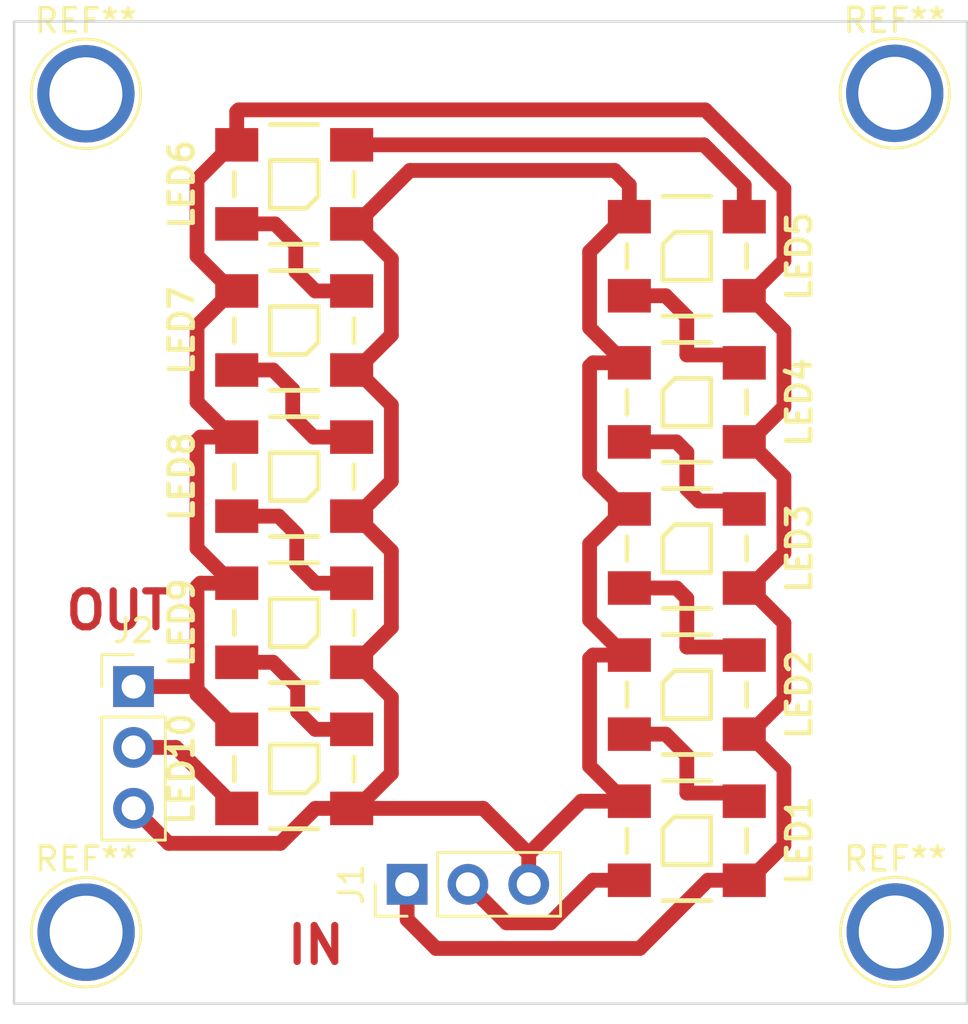
<source format=kicad_pcb>
(kicad_pcb (version 4) (host pcbnew 4.0.6)

  (general
    (links 33)
    (no_connects 1)
    (area 127.447619 73.197 168.245001 116.815)
    (thickness 1.6)
    (drawings 82)
    (tracks 153)
    (zones 0)
    (modules 16)
    (nets 14)
  )

  (page A4)
  (layers
    (0 F.Cu signal)
    (31 B.Cu signal)
    (32 B.Adhes user)
    (33 F.Adhes user)
    (34 B.Paste user)
    (35 F.Paste user)
    (36 B.SilkS user)
    (37 F.SilkS user)
    (38 B.Mask user)
    (39 F.Mask user)
    (40 Dwgs.User user)
    (41 Cmts.User user)
    (42 Eco1.User user)
    (43 Eco2.User user)
    (44 Edge.Cuts user)
    (45 Margin user)
    (46 B.CrtYd user)
    (47 F.CrtYd user)
    (48 B.Fab user)
    (49 F.Fab user)
  )

  (setup
    (last_trace_width 0.618)
    (trace_clearance 0.45)
    (zone_clearance 0.508)
    (zone_45_only no)
    (trace_min 0.2)
    (segment_width 0.2)
    (edge_width 0.1)
    (via_size 0.6)
    (via_drill 0.4)
    (via_min_size 0.4)
    (via_min_drill 0.3)
    (uvia_size 0.3)
    (uvia_drill 0.1)
    (uvias_allowed no)
    (uvia_min_size 0.2)
    (uvia_min_drill 0.1)
    (pcb_text_width 0.3)
    (pcb_text_size 1.5 1.5)
    (mod_edge_width 0.15)
    (mod_text_size 1 1)
    (mod_text_width 0.15)
    (pad_size 1.5 1.5)
    (pad_drill 0.6)
    (pad_to_mask_clearance 0)
    (aux_axis_origin 0 0)
    (visible_elements FFFFEF5F)
    (pcbplotparams
      (layerselection 0x00030_80000001)
      (usegerberextensions false)
      (excludeedgelayer true)
      (linewidth 0.100000)
      (plotframeref false)
      (viasonmask false)
      (mode 1)
      (useauxorigin false)
      (hpglpennumber 1)
      (hpglpenspeed 20)
      (hpglpendiameter 15)
      (hpglpenoverlay 2)
      (psnegative false)
      (psa4output false)
      (plotreference true)
      (plotvalue true)
      (plotinvisibletext false)
      (padsonsilk false)
      (subtractmaskfromsilk false)
      (outputformat 1)
      (mirror false)
      (drillshape 1)
      (scaleselection 1)
      (outputdirectory render/v1_000/))
  )

  (net 0 "")
  (net 1 "Net-(J1-Pad1)")
  (net 2 "Net-(J1-Pad2)")
  (net 3 "Net-(LED1-Pad2)")
  (net 4 "Net-(LED2-Pad2)")
  (net 5 "Net-(LED3-Pad2)")
  (net 6 "Net-(LED4-Pad2)")
  (net 7 "Net-(LED5-Pad2)")
  (net 8 "Net-(LED6-Pad2)")
  (net 9 "Net-(LED7-Pad2)")
  (net 10 "Net-(LED8-Pad2)")
  (net 11 "Net-(LED10-Pad4)")
  (net 12 "Net-(J1-Pad3)")
  (net 13 "Net-(J2-Pad2)")

  (net_class Default "Это класс цепей по умолчанию."
    (clearance 0.45)
    (trace_width 0.618)
    (via_dia 0.6)
    (via_drill 0.4)
    (uvia_dia 0.3)
    (uvia_drill 0.1)
    (add_net "Net-(J1-Pad1)")
    (add_net "Net-(J1-Pad2)")
    (add_net "Net-(J1-Pad3)")
    (add_net "Net-(J2-Pad2)")
    (add_net "Net-(LED1-Pad2)")
    (add_net "Net-(LED10-Pad4)")
    (add_net "Net-(LED2-Pad2)")
    (add_net "Net-(LED3-Pad2)")
    (add_net "Net-(LED4-Pad2)")
    (add_net "Net-(LED5-Pad2)")
    (add_net "Net-(LED6-Pad2)")
    (add_net "Net-(LED7-Pad2)")
    (add_net "Net-(LED8-Pad2)")
  )

  (module Pin_Headers:Pin_Header_Straight_1x03_Pitch2.54mm (layer F.Cu) (tedit 59650532) (tstamp 5989767D)
    (at 144.78 110.49 90)
    (descr "Through hole straight pin header, 1x03, 2.54mm pitch, single row")
    (tags "Through hole pin header THT 1x03 2.54mm single row")
    (path /59889F63)
    (fp_text reference J1 (at 0 -2.33 90) (layer F.SilkS)
      (effects (font (size 1 1) (thickness 0.15)))
    )
    (fp_text value VCC_DATA_GND (at 0 7.41 90) (layer F.Fab)
      (effects (font (size 1 1) (thickness 0.15)))
    )
    (fp_line (start -0.635 -1.27) (end 1.27 -1.27) (layer F.Fab) (width 0.1))
    (fp_line (start 1.27 -1.27) (end 1.27 6.35) (layer F.Fab) (width 0.1))
    (fp_line (start 1.27 6.35) (end -1.27 6.35) (layer F.Fab) (width 0.1))
    (fp_line (start -1.27 6.35) (end -1.27 -0.635) (layer F.Fab) (width 0.1))
    (fp_line (start -1.27 -0.635) (end -0.635 -1.27) (layer F.Fab) (width 0.1))
    (fp_line (start -1.33 6.41) (end 1.33 6.41) (layer F.SilkS) (width 0.12))
    (fp_line (start -1.33 1.27) (end -1.33 6.41) (layer F.SilkS) (width 0.12))
    (fp_line (start 1.33 1.27) (end 1.33 6.41) (layer F.SilkS) (width 0.12))
    (fp_line (start -1.33 1.27) (end 1.33 1.27) (layer F.SilkS) (width 0.12))
    (fp_line (start -1.33 0) (end -1.33 -1.33) (layer F.SilkS) (width 0.12))
    (fp_line (start -1.33 -1.33) (end 0 -1.33) (layer F.SilkS) (width 0.12))
    (fp_line (start -1.8 -1.8) (end -1.8 6.85) (layer F.CrtYd) (width 0.05))
    (fp_line (start -1.8 6.85) (end 1.8 6.85) (layer F.CrtYd) (width 0.05))
    (fp_line (start 1.8 6.85) (end 1.8 -1.8) (layer F.CrtYd) (width 0.05))
    (fp_line (start 1.8 -1.8) (end -1.8 -1.8) (layer F.CrtYd) (width 0.05))
    (fp_text user %R (at 0 2.54 180) (layer F.Fab)
      (effects (font (size 1 1) (thickness 0.15)))
    )
    (pad 1 thru_hole rect (at 0 0 90) (size 1.7 1.7) (drill 1) (layers *.Cu *.Mask)
      (net 1 "Net-(J1-Pad1)"))
    (pad 2 thru_hole oval (at 0 2.54 90) (size 1.7 1.7) (drill 1) (layers *.Cu *.Mask)
      (net 2 "Net-(J1-Pad2)"))
    (pad 3 thru_hole oval (at 0 5.08 90) (size 1.7 1.7) (drill 1) (layers *.Cu *.Mask)
      (net 12 "Net-(J1-Pad3)"))
    (model ${KISYS3DMOD}/Pin_Headers.3dshapes/Pin_Header_Straight_1x03_Pitch2.54mm.wrl
      (at (xyz 0 0 0))
      (scale (xyz 1 1 1))
      (rotate (xyz 0 0 0))
    )
  )

  (module WS2812B:WS2812B (layer F.Cu) (tedit 53BEE615) (tstamp 59897685)
    (at 156.462 108.67 270)
    (path /59889FEB)
    (fp_text reference LED1 (at 0 -4.7 270) (layer F.SilkS)
      (effects (font (size 1 1) (thickness 0.2)))
    )
    (fp_text value WS2812B (at 0 4.8 270) (layer F.SilkS) hide
      (effects (font (size 1 1) (thickness 0.2)))
    )
    (fp_line (start -1 -1) (end 1 -1) (layer F.SilkS) (width 0.2))
    (fp_line (start 1 -1) (end 1 1) (layer F.SilkS) (width 0.2))
    (fp_line (start 1 1) (end -0.5 1) (layer F.SilkS) (width 0.2))
    (fp_line (start -0.5 1) (end -1 0.5) (layer F.SilkS) (width 0.2))
    (fp_line (start -1 0.5) (end -1 -1) (layer F.SilkS) (width 0.2))
    (fp_line (start -2.5 -1) (end -2.5 1) (layer F.SilkS) (width 0.2))
    (fp_line (start -0.5 2.5) (end 0.5 2.5) (layer F.SilkS) (width 0.2))
    (fp_line (start 2.5 -1) (end 2.5 1) (layer F.SilkS) (width 0.2))
    (fp_line (start -0.5 -2.5) (end 0.5 -2.5) (layer F.SilkS) (width 0.2))
    (fp_line (start 2.1 2.5) (end 2.5 2.5) (layer Dwgs.User) (width 0.2))
    (fp_line (start -1.2 2.5) (end 1.2 2.5) (layer Dwgs.User) (width 0.2))
    (fp_line (start -2.5 2.5) (end -2.1 2.5) (layer Dwgs.User) (width 0.2))
    (fp_line (start 2.1 -2.5) (end 2.5 -2.5) (layer Dwgs.User) (width 0.2))
    (fp_line (start -1.2 -2.5) (end 1.2 -2.5) (layer Dwgs.User) (width 0.2))
    (fp_line (start -2.5 -2.5) (end -2.1 -2.5) (layer Dwgs.User) (width 0.2))
    (fp_line (start -2.1 -2.7) (end -1.2 -2.7) (layer Dwgs.User) (width 0.2))
    (fp_line (start -1.2 -2.7) (end -1.2 -1.8) (layer Dwgs.User) (width 0.2))
    (fp_line (start -1.2 -1.8) (end -2.1 -1.8) (layer Dwgs.User) (width 0.2))
    (fp_line (start -2.1 -1.8) (end -2.1 -2.7) (layer Dwgs.User) (width 0.2))
    (fp_line (start 2.1 -2.7) (end 1.2 -2.7) (layer Dwgs.User) (width 0.2))
    (fp_line (start 1.2 -2.7) (end 1.2 -1.8) (layer Dwgs.User) (width 0.2))
    (fp_line (start 1.2 -1.8) (end 2.1 -1.8) (layer Dwgs.User) (width 0.2))
    (fp_line (start 2.1 -1.8) (end 2.1 -2.7) (layer Dwgs.User) (width 0.2))
    (fp_line (start -2.1 2.7) (end -2.1 1.8) (layer Dwgs.User) (width 0.2))
    (fp_line (start -2.1 1.8) (end -1.2 1.8) (layer Dwgs.User) (width 0.2))
    (fp_line (start -1.2 1.8) (end -1.2 2.7) (layer Dwgs.User) (width 0.2))
    (fp_line (start -1.2 2.7) (end -2.1 2.7) (layer Dwgs.User) (width 0.2))
    (fp_line (start 1.2 2.7) (end 1.2 1.8) (layer Dwgs.User) (width 0.2))
    (fp_line (start 1.2 1.8) (end 2.1 1.8) (layer Dwgs.User) (width 0.2))
    (fp_line (start 2.1 1.8) (end 2.1 2.7) (layer Dwgs.User) (width 0.2))
    (fp_line (start 2.1 2.7) (end 1.2 2.7) (layer Dwgs.User) (width 0.2))
    (fp_line (start 2.5 -2.5) (end 2.5 2.5) (layer Dwgs.User) (width 0.2))
    (fp_line (start -2.49936 2.49936) (end -2.49936 -2.49936) (layer Dwgs.User) (width 0.2))
    (pad 1 smd rect (at 1.65 -2.4 270) (size 1.4 1.8) (layers F.Cu F.Paste F.Mask)
      (net 1 "Net-(J1-Pad1)"))
    (pad 2 smd rect (at -1.65 -2.4 270) (size 1.4 1.8) (layers F.Cu F.Paste F.Mask)
      (net 3 "Net-(LED1-Pad2)"))
    (pad 3 smd rect (at -1.65 2.4 270) (size 1.4 1.8) (layers F.Cu F.Paste F.Mask)
      (net 12 "Net-(J1-Pad3)"))
    (pad 4 smd rect (at 1.65 2.4 270) (size 1.4 1.8) (layers F.Cu F.Paste F.Mask)
      (net 2 "Net-(J1-Pad2)"))
  )

  (module WS2812B:WS2812B (layer F.Cu) (tedit 53BEE615) (tstamp 5989769D)
    (at 156.462 90.37 270)
    (path /5988A1AD)
    (fp_text reference LED4 (at 0 -4.7 270) (layer F.SilkS)
      (effects (font (size 1 1) (thickness 0.2)))
    )
    (fp_text value WS2812B (at 0 4.8 270) (layer F.SilkS) hide
      (effects (font (size 1 1) (thickness 0.2)))
    )
    (fp_line (start -1 -1) (end 1 -1) (layer F.SilkS) (width 0.2))
    (fp_line (start 1 -1) (end 1 1) (layer F.SilkS) (width 0.2))
    (fp_line (start 1 1) (end -0.5 1) (layer F.SilkS) (width 0.2))
    (fp_line (start -0.5 1) (end -1 0.5) (layer F.SilkS) (width 0.2))
    (fp_line (start -1 0.5) (end -1 -1) (layer F.SilkS) (width 0.2))
    (fp_line (start -2.5 -1) (end -2.5 1) (layer F.SilkS) (width 0.2))
    (fp_line (start -0.5 2.5) (end 0.5 2.5) (layer F.SilkS) (width 0.2))
    (fp_line (start 2.5 -1) (end 2.5 1) (layer F.SilkS) (width 0.2))
    (fp_line (start -0.5 -2.5) (end 0.5 -2.5) (layer F.SilkS) (width 0.2))
    (fp_line (start 2.1 2.5) (end 2.5 2.5) (layer Dwgs.User) (width 0.2))
    (fp_line (start -1.2 2.5) (end 1.2 2.5) (layer Dwgs.User) (width 0.2))
    (fp_line (start -2.5 2.5) (end -2.1 2.5) (layer Dwgs.User) (width 0.2))
    (fp_line (start 2.1 -2.5) (end 2.5 -2.5) (layer Dwgs.User) (width 0.2))
    (fp_line (start -1.2 -2.5) (end 1.2 -2.5) (layer Dwgs.User) (width 0.2))
    (fp_line (start -2.5 -2.5) (end -2.1 -2.5) (layer Dwgs.User) (width 0.2))
    (fp_line (start -2.1 -2.7) (end -1.2 -2.7) (layer Dwgs.User) (width 0.2))
    (fp_line (start -1.2 -2.7) (end -1.2 -1.8) (layer Dwgs.User) (width 0.2))
    (fp_line (start -1.2 -1.8) (end -2.1 -1.8) (layer Dwgs.User) (width 0.2))
    (fp_line (start -2.1 -1.8) (end -2.1 -2.7) (layer Dwgs.User) (width 0.2))
    (fp_line (start 2.1 -2.7) (end 1.2 -2.7) (layer Dwgs.User) (width 0.2))
    (fp_line (start 1.2 -2.7) (end 1.2 -1.8) (layer Dwgs.User) (width 0.2))
    (fp_line (start 1.2 -1.8) (end 2.1 -1.8) (layer Dwgs.User) (width 0.2))
    (fp_line (start 2.1 -1.8) (end 2.1 -2.7) (layer Dwgs.User) (width 0.2))
    (fp_line (start -2.1 2.7) (end -2.1 1.8) (layer Dwgs.User) (width 0.2))
    (fp_line (start -2.1 1.8) (end -1.2 1.8) (layer Dwgs.User) (width 0.2))
    (fp_line (start -1.2 1.8) (end -1.2 2.7) (layer Dwgs.User) (width 0.2))
    (fp_line (start -1.2 2.7) (end -2.1 2.7) (layer Dwgs.User) (width 0.2))
    (fp_line (start 1.2 2.7) (end 1.2 1.8) (layer Dwgs.User) (width 0.2))
    (fp_line (start 1.2 1.8) (end 2.1 1.8) (layer Dwgs.User) (width 0.2))
    (fp_line (start 2.1 1.8) (end 2.1 2.7) (layer Dwgs.User) (width 0.2))
    (fp_line (start 2.1 2.7) (end 1.2 2.7) (layer Dwgs.User) (width 0.2))
    (fp_line (start 2.5 -2.5) (end 2.5 2.5) (layer Dwgs.User) (width 0.2))
    (fp_line (start -2.49936 2.49936) (end -2.49936 -2.49936) (layer Dwgs.User) (width 0.2))
    (pad 1 smd rect (at 1.65 -2.4 270) (size 1.4 1.8) (layers F.Cu F.Paste F.Mask)
      (net 1 "Net-(J1-Pad1)"))
    (pad 2 smd rect (at -1.65 -2.4 270) (size 1.4 1.8) (layers F.Cu F.Paste F.Mask)
      (net 6 "Net-(LED4-Pad2)"))
    (pad 3 smd rect (at -1.65 2.4 270) (size 1.4 1.8) (layers F.Cu F.Paste F.Mask)
      (net 12 "Net-(J1-Pad3)"))
    (pad 4 smd rect (at 1.65 2.4 270) (size 1.4 1.8) (layers F.Cu F.Paste F.Mask)
      (net 5 "Net-(LED3-Pad2)"))
  )

  (module WS2812B:WS2812B (layer F.Cu) (tedit 53BEE615) (tstamp 59897695)
    (at 156.462 96.47 270)
    (path /5988A17E)
    (fp_text reference LED3 (at 0 -4.7 270) (layer F.SilkS)
      (effects (font (size 1 1) (thickness 0.2)))
    )
    (fp_text value WS2812B (at 0 4.8 270) (layer F.SilkS) hide
      (effects (font (size 1 1) (thickness 0.2)))
    )
    (fp_line (start -1 -1) (end 1 -1) (layer F.SilkS) (width 0.2))
    (fp_line (start 1 -1) (end 1 1) (layer F.SilkS) (width 0.2))
    (fp_line (start 1 1) (end -0.5 1) (layer F.SilkS) (width 0.2))
    (fp_line (start -0.5 1) (end -1 0.5) (layer F.SilkS) (width 0.2))
    (fp_line (start -1 0.5) (end -1 -1) (layer F.SilkS) (width 0.2))
    (fp_line (start -2.5 -1) (end -2.5 1) (layer F.SilkS) (width 0.2))
    (fp_line (start -0.5 2.5) (end 0.5 2.5) (layer F.SilkS) (width 0.2))
    (fp_line (start 2.5 -1) (end 2.5 1) (layer F.SilkS) (width 0.2))
    (fp_line (start -0.5 -2.5) (end 0.5 -2.5) (layer F.SilkS) (width 0.2))
    (fp_line (start 2.1 2.5) (end 2.5 2.5) (layer Dwgs.User) (width 0.2))
    (fp_line (start -1.2 2.5) (end 1.2 2.5) (layer Dwgs.User) (width 0.2))
    (fp_line (start -2.5 2.5) (end -2.1 2.5) (layer Dwgs.User) (width 0.2))
    (fp_line (start 2.1 -2.5) (end 2.5 -2.5) (layer Dwgs.User) (width 0.2))
    (fp_line (start -1.2 -2.5) (end 1.2 -2.5) (layer Dwgs.User) (width 0.2))
    (fp_line (start -2.5 -2.5) (end -2.1 -2.5) (layer Dwgs.User) (width 0.2))
    (fp_line (start -2.1 -2.7) (end -1.2 -2.7) (layer Dwgs.User) (width 0.2))
    (fp_line (start -1.2 -2.7) (end -1.2 -1.8) (layer Dwgs.User) (width 0.2))
    (fp_line (start -1.2 -1.8) (end -2.1 -1.8) (layer Dwgs.User) (width 0.2))
    (fp_line (start -2.1 -1.8) (end -2.1 -2.7) (layer Dwgs.User) (width 0.2))
    (fp_line (start 2.1 -2.7) (end 1.2 -2.7) (layer Dwgs.User) (width 0.2))
    (fp_line (start 1.2 -2.7) (end 1.2 -1.8) (layer Dwgs.User) (width 0.2))
    (fp_line (start 1.2 -1.8) (end 2.1 -1.8) (layer Dwgs.User) (width 0.2))
    (fp_line (start 2.1 -1.8) (end 2.1 -2.7) (layer Dwgs.User) (width 0.2))
    (fp_line (start -2.1 2.7) (end -2.1 1.8) (layer Dwgs.User) (width 0.2))
    (fp_line (start -2.1 1.8) (end -1.2 1.8) (layer Dwgs.User) (width 0.2))
    (fp_line (start -1.2 1.8) (end -1.2 2.7) (layer Dwgs.User) (width 0.2))
    (fp_line (start -1.2 2.7) (end -2.1 2.7) (layer Dwgs.User) (width 0.2))
    (fp_line (start 1.2 2.7) (end 1.2 1.8) (layer Dwgs.User) (width 0.2))
    (fp_line (start 1.2 1.8) (end 2.1 1.8) (layer Dwgs.User) (width 0.2))
    (fp_line (start 2.1 1.8) (end 2.1 2.7) (layer Dwgs.User) (width 0.2))
    (fp_line (start 2.1 2.7) (end 1.2 2.7) (layer Dwgs.User) (width 0.2))
    (fp_line (start 2.5 -2.5) (end 2.5 2.5) (layer Dwgs.User) (width 0.2))
    (fp_line (start -2.49936 2.49936) (end -2.49936 -2.49936) (layer Dwgs.User) (width 0.2))
    (pad 1 smd rect (at 1.65 -2.4 270) (size 1.4 1.8) (layers F.Cu F.Paste F.Mask)
      (net 1 "Net-(J1-Pad1)"))
    (pad 2 smd rect (at -1.65 -2.4 270) (size 1.4 1.8) (layers F.Cu F.Paste F.Mask)
      (net 5 "Net-(LED3-Pad2)"))
    (pad 3 smd rect (at -1.65 2.4 270) (size 1.4 1.8) (layers F.Cu F.Paste F.Mask)
      (net 12 "Net-(J1-Pad3)"))
    (pad 4 smd rect (at 1.65 2.4 270) (size 1.4 1.8) (layers F.Cu F.Paste F.Mask)
      (net 4 "Net-(LED2-Pad2)"))
  )

  (module WS2812B:WS2812B (layer F.Cu) (tedit 53BEE615) (tstamp 5989768D)
    (at 156.462 102.57 270)
    (path /5988A146)
    (fp_text reference LED2 (at 0 -4.7 270) (layer F.SilkS)
      (effects (font (size 1 1) (thickness 0.2)))
    )
    (fp_text value WS2812B (at 0 4.8 270) (layer F.SilkS) hide
      (effects (font (size 1 1) (thickness 0.2)))
    )
    (fp_line (start -1 -1) (end 1 -1) (layer F.SilkS) (width 0.2))
    (fp_line (start 1 -1) (end 1 1) (layer F.SilkS) (width 0.2))
    (fp_line (start 1 1) (end -0.5 1) (layer F.SilkS) (width 0.2))
    (fp_line (start -0.5 1) (end -1 0.5) (layer F.SilkS) (width 0.2))
    (fp_line (start -1 0.5) (end -1 -1) (layer F.SilkS) (width 0.2))
    (fp_line (start -2.5 -1) (end -2.5 1) (layer F.SilkS) (width 0.2))
    (fp_line (start -0.5 2.5) (end 0.5 2.5) (layer F.SilkS) (width 0.2))
    (fp_line (start 2.5 -1) (end 2.5 1) (layer F.SilkS) (width 0.2))
    (fp_line (start -0.5 -2.5) (end 0.5 -2.5) (layer F.SilkS) (width 0.2))
    (fp_line (start 2.1 2.5) (end 2.5 2.5) (layer Dwgs.User) (width 0.2))
    (fp_line (start -1.2 2.5) (end 1.2 2.5) (layer Dwgs.User) (width 0.2))
    (fp_line (start -2.5 2.5) (end -2.1 2.5) (layer Dwgs.User) (width 0.2))
    (fp_line (start 2.1 -2.5) (end 2.5 -2.5) (layer Dwgs.User) (width 0.2))
    (fp_line (start -1.2 -2.5) (end 1.2 -2.5) (layer Dwgs.User) (width 0.2))
    (fp_line (start -2.5 -2.5) (end -2.1 -2.5) (layer Dwgs.User) (width 0.2))
    (fp_line (start -2.1 -2.7) (end -1.2 -2.7) (layer Dwgs.User) (width 0.2))
    (fp_line (start -1.2 -2.7) (end -1.2 -1.8) (layer Dwgs.User) (width 0.2))
    (fp_line (start -1.2 -1.8) (end -2.1 -1.8) (layer Dwgs.User) (width 0.2))
    (fp_line (start -2.1 -1.8) (end -2.1 -2.7) (layer Dwgs.User) (width 0.2))
    (fp_line (start 2.1 -2.7) (end 1.2 -2.7) (layer Dwgs.User) (width 0.2))
    (fp_line (start 1.2 -2.7) (end 1.2 -1.8) (layer Dwgs.User) (width 0.2))
    (fp_line (start 1.2 -1.8) (end 2.1 -1.8) (layer Dwgs.User) (width 0.2))
    (fp_line (start 2.1 -1.8) (end 2.1 -2.7) (layer Dwgs.User) (width 0.2))
    (fp_line (start -2.1 2.7) (end -2.1 1.8) (layer Dwgs.User) (width 0.2))
    (fp_line (start -2.1 1.8) (end -1.2 1.8) (layer Dwgs.User) (width 0.2))
    (fp_line (start -1.2 1.8) (end -1.2 2.7) (layer Dwgs.User) (width 0.2))
    (fp_line (start -1.2 2.7) (end -2.1 2.7) (layer Dwgs.User) (width 0.2))
    (fp_line (start 1.2 2.7) (end 1.2 1.8) (layer Dwgs.User) (width 0.2))
    (fp_line (start 1.2 1.8) (end 2.1 1.8) (layer Dwgs.User) (width 0.2))
    (fp_line (start 2.1 1.8) (end 2.1 2.7) (layer Dwgs.User) (width 0.2))
    (fp_line (start 2.1 2.7) (end 1.2 2.7) (layer Dwgs.User) (width 0.2))
    (fp_line (start 2.5 -2.5) (end 2.5 2.5) (layer Dwgs.User) (width 0.2))
    (fp_line (start -2.49936 2.49936) (end -2.49936 -2.49936) (layer Dwgs.User) (width 0.2))
    (pad 1 smd rect (at 1.65 -2.4 270) (size 1.4 1.8) (layers F.Cu F.Paste F.Mask)
      (net 1 "Net-(J1-Pad1)"))
    (pad 2 smd rect (at -1.65 -2.4 270) (size 1.4 1.8) (layers F.Cu F.Paste F.Mask)
      (net 4 "Net-(LED2-Pad2)"))
    (pad 3 smd rect (at -1.65 2.4 270) (size 1.4 1.8) (layers F.Cu F.Paste F.Mask)
      (net 12 "Net-(J1-Pad3)"))
    (pad 4 smd rect (at 1.65 2.4 270) (size 1.4 1.8) (layers F.Cu F.Paste F.Mask)
      (net 3 "Net-(LED1-Pad2)"))
  )

  (module WS2812B:WS2812B (layer F.Cu) (tedit 53BEE615) (tstamp 598976A5)
    (at 156.462 84.27 270)
    (path /5988A1D6)
    (fp_text reference LED5 (at 0 -4.7 270) (layer F.SilkS)
      (effects (font (size 1 1) (thickness 0.2)))
    )
    (fp_text value WS2812B (at 0 4.8 270) (layer F.SilkS) hide
      (effects (font (size 1 1) (thickness 0.2)))
    )
    (fp_line (start -1 -1) (end 1 -1) (layer F.SilkS) (width 0.2))
    (fp_line (start 1 -1) (end 1 1) (layer F.SilkS) (width 0.2))
    (fp_line (start 1 1) (end -0.5 1) (layer F.SilkS) (width 0.2))
    (fp_line (start -0.5 1) (end -1 0.5) (layer F.SilkS) (width 0.2))
    (fp_line (start -1 0.5) (end -1 -1) (layer F.SilkS) (width 0.2))
    (fp_line (start -2.5 -1) (end -2.5 1) (layer F.SilkS) (width 0.2))
    (fp_line (start -0.5 2.5) (end 0.5 2.5) (layer F.SilkS) (width 0.2))
    (fp_line (start 2.5 -1) (end 2.5 1) (layer F.SilkS) (width 0.2))
    (fp_line (start -0.5 -2.5) (end 0.5 -2.5) (layer F.SilkS) (width 0.2))
    (fp_line (start 2.1 2.5) (end 2.5 2.5) (layer Dwgs.User) (width 0.2))
    (fp_line (start -1.2 2.5) (end 1.2 2.5) (layer Dwgs.User) (width 0.2))
    (fp_line (start -2.5 2.5) (end -2.1 2.5) (layer Dwgs.User) (width 0.2))
    (fp_line (start 2.1 -2.5) (end 2.5 -2.5) (layer Dwgs.User) (width 0.2))
    (fp_line (start -1.2 -2.5) (end 1.2 -2.5) (layer Dwgs.User) (width 0.2))
    (fp_line (start -2.5 -2.5) (end -2.1 -2.5) (layer Dwgs.User) (width 0.2))
    (fp_line (start -2.1 -2.7) (end -1.2 -2.7) (layer Dwgs.User) (width 0.2))
    (fp_line (start -1.2 -2.7) (end -1.2 -1.8) (layer Dwgs.User) (width 0.2))
    (fp_line (start -1.2 -1.8) (end -2.1 -1.8) (layer Dwgs.User) (width 0.2))
    (fp_line (start -2.1 -1.8) (end -2.1 -2.7) (layer Dwgs.User) (width 0.2))
    (fp_line (start 2.1 -2.7) (end 1.2 -2.7) (layer Dwgs.User) (width 0.2))
    (fp_line (start 1.2 -2.7) (end 1.2 -1.8) (layer Dwgs.User) (width 0.2))
    (fp_line (start 1.2 -1.8) (end 2.1 -1.8) (layer Dwgs.User) (width 0.2))
    (fp_line (start 2.1 -1.8) (end 2.1 -2.7) (layer Dwgs.User) (width 0.2))
    (fp_line (start -2.1 2.7) (end -2.1 1.8) (layer Dwgs.User) (width 0.2))
    (fp_line (start -2.1 1.8) (end -1.2 1.8) (layer Dwgs.User) (width 0.2))
    (fp_line (start -1.2 1.8) (end -1.2 2.7) (layer Dwgs.User) (width 0.2))
    (fp_line (start -1.2 2.7) (end -2.1 2.7) (layer Dwgs.User) (width 0.2))
    (fp_line (start 1.2 2.7) (end 1.2 1.8) (layer Dwgs.User) (width 0.2))
    (fp_line (start 1.2 1.8) (end 2.1 1.8) (layer Dwgs.User) (width 0.2))
    (fp_line (start 2.1 1.8) (end 2.1 2.7) (layer Dwgs.User) (width 0.2))
    (fp_line (start 2.1 2.7) (end 1.2 2.7) (layer Dwgs.User) (width 0.2))
    (fp_line (start 2.5 -2.5) (end 2.5 2.5) (layer Dwgs.User) (width 0.2))
    (fp_line (start -2.49936 2.49936) (end -2.49936 -2.49936) (layer Dwgs.User) (width 0.2))
    (pad 1 smd rect (at 1.65 -2.4 270) (size 1.4 1.8) (layers F.Cu F.Paste F.Mask)
      (net 1 "Net-(J1-Pad1)"))
    (pad 2 smd rect (at -1.65 -2.4 270) (size 1.4 1.8) (layers F.Cu F.Paste F.Mask)
      (net 7 "Net-(LED5-Pad2)"))
    (pad 3 smd rect (at -1.65 2.4 270) (size 1.4 1.8) (layers F.Cu F.Paste F.Mask)
      (net 12 "Net-(J1-Pad3)"))
    (pad 4 smd rect (at 1.65 2.4 270) (size 1.4 1.8) (layers F.Cu F.Paste F.Mask)
      (net 6 "Net-(LED4-Pad2)"))
  )

  (module WS2812B:WS2812B (layer F.Cu) (tedit 53BEE615) (tstamp 598976AD)
    (at 140.062 81.27 90)
    (path /5988A2E7)
    (fp_text reference LED6 (at 0 -4.7 90) (layer F.SilkS)
      (effects (font (size 1 1) (thickness 0.2)))
    )
    (fp_text value WS2812B (at 0 4.8 90) (layer F.SilkS) hide
      (effects (font (size 1 1) (thickness 0.2)))
    )
    (fp_line (start -1 -1) (end 1 -1) (layer F.SilkS) (width 0.2))
    (fp_line (start 1 -1) (end 1 1) (layer F.SilkS) (width 0.2))
    (fp_line (start 1 1) (end -0.5 1) (layer F.SilkS) (width 0.2))
    (fp_line (start -0.5 1) (end -1 0.5) (layer F.SilkS) (width 0.2))
    (fp_line (start -1 0.5) (end -1 -1) (layer F.SilkS) (width 0.2))
    (fp_line (start -2.5 -1) (end -2.5 1) (layer F.SilkS) (width 0.2))
    (fp_line (start -0.5 2.5) (end 0.5 2.5) (layer F.SilkS) (width 0.2))
    (fp_line (start 2.5 -1) (end 2.5 1) (layer F.SilkS) (width 0.2))
    (fp_line (start -0.5 -2.5) (end 0.5 -2.5) (layer F.SilkS) (width 0.2))
    (fp_line (start 2.1 2.5) (end 2.5 2.5) (layer Dwgs.User) (width 0.2))
    (fp_line (start -1.2 2.5) (end 1.2 2.5) (layer Dwgs.User) (width 0.2))
    (fp_line (start -2.5 2.5) (end -2.1 2.5) (layer Dwgs.User) (width 0.2))
    (fp_line (start 2.1 -2.5) (end 2.5 -2.5) (layer Dwgs.User) (width 0.2))
    (fp_line (start -1.2 -2.5) (end 1.2 -2.5) (layer Dwgs.User) (width 0.2))
    (fp_line (start -2.5 -2.5) (end -2.1 -2.5) (layer Dwgs.User) (width 0.2))
    (fp_line (start -2.1 -2.7) (end -1.2 -2.7) (layer Dwgs.User) (width 0.2))
    (fp_line (start -1.2 -2.7) (end -1.2 -1.8) (layer Dwgs.User) (width 0.2))
    (fp_line (start -1.2 -1.8) (end -2.1 -1.8) (layer Dwgs.User) (width 0.2))
    (fp_line (start -2.1 -1.8) (end -2.1 -2.7) (layer Dwgs.User) (width 0.2))
    (fp_line (start 2.1 -2.7) (end 1.2 -2.7) (layer Dwgs.User) (width 0.2))
    (fp_line (start 1.2 -2.7) (end 1.2 -1.8) (layer Dwgs.User) (width 0.2))
    (fp_line (start 1.2 -1.8) (end 2.1 -1.8) (layer Dwgs.User) (width 0.2))
    (fp_line (start 2.1 -1.8) (end 2.1 -2.7) (layer Dwgs.User) (width 0.2))
    (fp_line (start -2.1 2.7) (end -2.1 1.8) (layer Dwgs.User) (width 0.2))
    (fp_line (start -2.1 1.8) (end -1.2 1.8) (layer Dwgs.User) (width 0.2))
    (fp_line (start -1.2 1.8) (end -1.2 2.7) (layer Dwgs.User) (width 0.2))
    (fp_line (start -1.2 2.7) (end -2.1 2.7) (layer Dwgs.User) (width 0.2))
    (fp_line (start 1.2 2.7) (end 1.2 1.8) (layer Dwgs.User) (width 0.2))
    (fp_line (start 1.2 1.8) (end 2.1 1.8) (layer Dwgs.User) (width 0.2))
    (fp_line (start 2.1 1.8) (end 2.1 2.7) (layer Dwgs.User) (width 0.2))
    (fp_line (start 2.1 2.7) (end 1.2 2.7) (layer Dwgs.User) (width 0.2))
    (fp_line (start 2.5 -2.5) (end 2.5 2.5) (layer Dwgs.User) (width 0.2))
    (fp_line (start -2.49936 2.49936) (end -2.49936 -2.49936) (layer Dwgs.User) (width 0.2))
    (pad 1 smd rect (at 1.65 -2.4 90) (size 1.4 1.8) (layers F.Cu F.Paste F.Mask)
      (net 1 "Net-(J1-Pad1)"))
    (pad 2 smd rect (at -1.65 -2.4 90) (size 1.4 1.8) (layers F.Cu F.Paste F.Mask)
      (net 8 "Net-(LED6-Pad2)"))
    (pad 3 smd rect (at -1.65 2.4 90) (size 1.4 1.8) (layers F.Cu F.Paste F.Mask)
      (net 12 "Net-(J1-Pad3)"))
    (pad 4 smd rect (at 1.65 2.4 90) (size 1.4 1.8) (layers F.Cu F.Paste F.Mask)
      (net 7 "Net-(LED5-Pad2)"))
  )

  (module WS2812B:WS2812B (layer F.Cu) (tedit 53BEE615) (tstamp 598976B5)
    (at 140.062 87.37 90)
    (path /5988A2AE)
    (fp_text reference LED7 (at 0 -4.7 90) (layer F.SilkS)
      (effects (font (size 1 1) (thickness 0.2)))
    )
    (fp_text value WS2812B (at 0 4.8 90) (layer F.SilkS) hide
      (effects (font (size 1 1) (thickness 0.2)))
    )
    (fp_line (start -1 -1) (end 1 -1) (layer F.SilkS) (width 0.2))
    (fp_line (start 1 -1) (end 1 1) (layer F.SilkS) (width 0.2))
    (fp_line (start 1 1) (end -0.5 1) (layer F.SilkS) (width 0.2))
    (fp_line (start -0.5 1) (end -1 0.5) (layer F.SilkS) (width 0.2))
    (fp_line (start -1 0.5) (end -1 -1) (layer F.SilkS) (width 0.2))
    (fp_line (start -2.5 -1) (end -2.5 1) (layer F.SilkS) (width 0.2))
    (fp_line (start -0.5 2.5) (end 0.5 2.5) (layer F.SilkS) (width 0.2))
    (fp_line (start 2.5 -1) (end 2.5 1) (layer F.SilkS) (width 0.2))
    (fp_line (start -0.5 -2.5) (end 0.5 -2.5) (layer F.SilkS) (width 0.2))
    (fp_line (start 2.1 2.5) (end 2.5 2.5) (layer Dwgs.User) (width 0.2))
    (fp_line (start -1.2 2.5) (end 1.2 2.5) (layer Dwgs.User) (width 0.2))
    (fp_line (start -2.5 2.5) (end -2.1 2.5) (layer Dwgs.User) (width 0.2))
    (fp_line (start 2.1 -2.5) (end 2.5 -2.5) (layer Dwgs.User) (width 0.2))
    (fp_line (start -1.2 -2.5) (end 1.2 -2.5) (layer Dwgs.User) (width 0.2))
    (fp_line (start -2.5 -2.5) (end -2.1 -2.5) (layer Dwgs.User) (width 0.2))
    (fp_line (start -2.1 -2.7) (end -1.2 -2.7) (layer Dwgs.User) (width 0.2))
    (fp_line (start -1.2 -2.7) (end -1.2 -1.8) (layer Dwgs.User) (width 0.2))
    (fp_line (start -1.2 -1.8) (end -2.1 -1.8) (layer Dwgs.User) (width 0.2))
    (fp_line (start -2.1 -1.8) (end -2.1 -2.7) (layer Dwgs.User) (width 0.2))
    (fp_line (start 2.1 -2.7) (end 1.2 -2.7) (layer Dwgs.User) (width 0.2))
    (fp_line (start 1.2 -2.7) (end 1.2 -1.8) (layer Dwgs.User) (width 0.2))
    (fp_line (start 1.2 -1.8) (end 2.1 -1.8) (layer Dwgs.User) (width 0.2))
    (fp_line (start 2.1 -1.8) (end 2.1 -2.7) (layer Dwgs.User) (width 0.2))
    (fp_line (start -2.1 2.7) (end -2.1 1.8) (layer Dwgs.User) (width 0.2))
    (fp_line (start -2.1 1.8) (end -1.2 1.8) (layer Dwgs.User) (width 0.2))
    (fp_line (start -1.2 1.8) (end -1.2 2.7) (layer Dwgs.User) (width 0.2))
    (fp_line (start -1.2 2.7) (end -2.1 2.7) (layer Dwgs.User) (width 0.2))
    (fp_line (start 1.2 2.7) (end 1.2 1.8) (layer Dwgs.User) (width 0.2))
    (fp_line (start 1.2 1.8) (end 2.1 1.8) (layer Dwgs.User) (width 0.2))
    (fp_line (start 2.1 1.8) (end 2.1 2.7) (layer Dwgs.User) (width 0.2))
    (fp_line (start 2.1 2.7) (end 1.2 2.7) (layer Dwgs.User) (width 0.2))
    (fp_line (start 2.5 -2.5) (end 2.5 2.5) (layer Dwgs.User) (width 0.2))
    (fp_line (start -2.49936 2.49936) (end -2.49936 -2.49936) (layer Dwgs.User) (width 0.2))
    (pad 1 smd rect (at 1.65 -2.4 90) (size 1.4 1.8) (layers F.Cu F.Paste F.Mask)
      (net 1 "Net-(J1-Pad1)"))
    (pad 2 smd rect (at -1.65 -2.4 90) (size 1.4 1.8) (layers F.Cu F.Paste F.Mask)
      (net 9 "Net-(LED7-Pad2)"))
    (pad 3 smd rect (at -1.65 2.4 90) (size 1.4 1.8) (layers F.Cu F.Paste F.Mask)
      (net 12 "Net-(J1-Pad3)"))
    (pad 4 smd rect (at 1.65 2.4 90) (size 1.4 1.8) (layers F.Cu F.Paste F.Mask)
      (net 8 "Net-(LED6-Pad2)"))
  )

  (module WS2812B:WS2812B (layer F.Cu) (tedit 53BEE615) (tstamp 598976BD)
    (at 140.062 93.47 90)
    (path /5988A27A)
    (fp_text reference LED8 (at 0 -4.7 90) (layer F.SilkS)
      (effects (font (size 1 1) (thickness 0.2)))
    )
    (fp_text value WS2812B (at 0 4.8 90) (layer F.SilkS) hide
      (effects (font (size 1 1) (thickness 0.2)))
    )
    (fp_line (start -1 -1) (end 1 -1) (layer F.SilkS) (width 0.2))
    (fp_line (start 1 -1) (end 1 1) (layer F.SilkS) (width 0.2))
    (fp_line (start 1 1) (end -0.5 1) (layer F.SilkS) (width 0.2))
    (fp_line (start -0.5 1) (end -1 0.5) (layer F.SilkS) (width 0.2))
    (fp_line (start -1 0.5) (end -1 -1) (layer F.SilkS) (width 0.2))
    (fp_line (start -2.5 -1) (end -2.5 1) (layer F.SilkS) (width 0.2))
    (fp_line (start -0.5 2.5) (end 0.5 2.5) (layer F.SilkS) (width 0.2))
    (fp_line (start 2.5 -1) (end 2.5 1) (layer F.SilkS) (width 0.2))
    (fp_line (start -0.5 -2.5) (end 0.5 -2.5) (layer F.SilkS) (width 0.2))
    (fp_line (start 2.1 2.5) (end 2.5 2.5) (layer Dwgs.User) (width 0.2))
    (fp_line (start -1.2 2.5) (end 1.2 2.5) (layer Dwgs.User) (width 0.2))
    (fp_line (start -2.5 2.5) (end -2.1 2.5) (layer Dwgs.User) (width 0.2))
    (fp_line (start 2.1 -2.5) (end 2.5 -2.5) (layer Dwgs.User) (width 0.2))
    (fp_line (start -1.2 -2.5) (end 1.2 -2.5) (layer Dwgs.User) (width 0.2))
    (fp_line (start -2.5 -2.5) (end -2.1 -2.5) (layer Dwgs.User) (width 0.2))
    (fp_line (start -2.1 -2.7) (end -1.2 -2.7) (layer Dwgs.User) (width 0.2))
    (fp_line (start -1.2 -2.7) (end -1.2 -1.8) (layer Dwgs.User) (width 0.2))
    (fp_line (start -1.2 -1.8) (end -2.1 -1.8) (layer Dwgs.User) (width 0.2))
    (fp_line (start -2.1 -1.8) (end -2.1 -2.7) (layer Dwgs.User) (width 0.2))
    (fp_line (start 2.1 -2.7) (end 1.2 -2.7) (layer Dwgs.User) (width 0.2))
    (fp_line (start 1.2 -2.7) (end 1.2 -1.8) (layer Dwgs.User) (width 0.2))
    (fp_line (start 1.2 -1.8) (end 2.1 -1.8) (layer Dwgs.User) (width 0.2))
    (fp_line (start 2.1 -1.8) (end 2.1 -2.7) (layer Dwgs.User) (width 0.2))
    (fp_line (start -2.1 2.7) (end -2.1 1.8) (layer Dwgs.User) (width 0.2))
    (fp_line (start -2.1 1.8) (end -1.2 1.8) (layer Dwgs.User) (width 0.2))
    (fp_line (start -1.2 1.8) (end -1.2 2.7) (layer Dwgs.User) (width 0.2))
    (fp_line (start -1.2 2.7) (end -2.1 2.7) (layer Dwgs.User) (width 0.2))
    (fp_line (start 1.2 2.7) (end 1.2 1.8) (layer Dwgs.User) (width 0.2))
    (fp_line (start 1.2 1.8) (end 2.1 1.8) (layer Dwgs.User) (width 0.2))
    (fp_line (start 2.1 1.8) (end 2.1 2.7) (layer Dwgs.User) (width 0.2))
    (fp_line (start 2.1 2.7) (end 1.2 2.7) (layer Dwgs.User) (width 0.2))
    (fp_line (start 2.5 -2.5) (end 2.5 2.5) (layer Dwgs.User) (width 0.2))
    (fp_line (start -2.49936 2.49936) (end -2.49936 -2.49936) (layer Dwgs.User) (width 0.2))
    (pad 1 smd rect (at 1.65 -2.4 90) (size 1.4 1.8) (layers F.Cu F.Paste F.Mask)
      (net 1 "Net-(J1-Pad1)"))
    (pad 2 smd rect (at -1.65 -2.4 90) (size 1.4 1.8) (layers F.Cu F.Paste F.Mask)
      (net 10 "Net-(LED8-Pad2)"))
    (pad 3 smd rect (at -1.65 2.4 90) (size 1.4 1.8) (layers F.Cu F.Paste F.Mask)
      (net 12 "Net-(J1-Pad3)"))
    (pad 4 smd rect (at 1.65 2.4 90) (size 1.4 1.8) (layers F.Cu F.Paste F.Mask)
      (net 9 "Net-(LED7-Pad2)"))
  )

  (module WS2812B:WS2812B (layer F.Cu) (tedit 53BEE615) (tstamp 598976C5)
    (at 140.062 99.57 90)
    (path /5988A243)
    (fp_text reference LED9 (at 0 -4.7 90) (layer F.SilkS)
      (effects (font (size 1 1) (thickness 0.2)))
    )
    (fp_text value WS2812B (at 0 4.8 90) (layer F.SilkS) hide
      (effects (font (size 1 1) (thickness 0.2)))
    )
    (fp_line (start -1 -1) (end 1 -1) (layer F.SilkS) (width 0.2))
    (fp_line (start 1 -1) (end 1 1) (layer F.SilkS) (width 0.2))
    (fp_line (start 1 1) (end -0.5 1) (layer F.SilkS) (width 0.2))
    (fp_line (start -0.5 1) (end -1 0.5) (layer F.SilkS) (width 0.2))
    (fp_line (start -1 0.5) (end -1 -1) (layer F.SilkS) (width 0.2))
    (fp_line (start -2.5 -1) (end -2.5 1) (layer F.SilkS) (width 0.2))
    (fp_line (start -0.5 2.5) (end 0.5 2.5) (layer F.SilkS) (width 0.2))
    (fp_line (start 2.5 -1) (end 2.5 1) (layer F.SilkS) (width 0.2))
    (fp_line (start -0.5 -2.5) (end 0.5 -2.5) (layer F.SilkS) (width 0.2))
    (fp_line (start 2.1 2.5) (end 2.5 2.5) (layer Dwgs.User) (width 0.2))
    (fp_line (start -1.2 2.5) (end 1.2 2.5) (layer Dwgs.User) (width 0.2))
    (fp_line (start -2.5 2.5) (end -2.1 2.5) (layer Dwgs.User) (width 0.2))
    (fp_line (start 2.1 -2.5) (end 2.5 -2.5) (layer Dwgs.User) (width 0.2))
    (fp_line (start -1.2 -2.5) (end 1.2 -2.5) (layer Dwgs.User) (width 0.2))
    (fp_line (start -2.5 -2.5) (end -2.1 -2.5) (layer Dwgs.User) (width 0.2))
    (fp_line (start -2.1 -2.7) (end -1.2 -2.7) (layer Dwgs.User) (width 0.2))
    (fp_line (start -1.2 -2.7) (end -1.2 -1.8) (layer Dwgs.User) (width 0.2))
    (fp_line (start -1.2 -1.8) (end -2.1 -1.8) (layer Dwgs.User) (width 0.2))
    (fp_line (start -2.1 -1.8) (end -2.1 -2.7) (layer Dwgs.User) (width 0.2))
    (fp_line (start 2.1 -2.7) (end 1.2 -2.7) (layer Dwgs.User) (width 0.2))
    (fp_line (start 1.2 -2.7) (end 1.2 -1.8) (layer Dwgs.User) (width 0.2))
    (fp_line (start 1.2 -1.8) (end 2.1 -1.8) (layer Dwgs.User) (width 0.2))
    (fp_line (start 2.1 -1.8) (end 2.1 -2.7) (layer Dwgs.User) (width 0.2))
    (fp_line (start -2.1 2.7) (end -2.1 1.8) (layer Dwgs.User) (width 0.2))
    (fp_line (start -2.1 1.8) (end -1.2 1.8) (layer Dwgs.User) (width 0.2))
    (fp_line (start -1.2 1.8) (end -1.2 2.7) (layer Dwgs.User) (width 0.2))
    (fp_line (start -1.2 2.7) (end -2.1 2.7) (layer Dwgs.User) (width 0.2))
    (fp_line (start 1.2 2.7) (end 1.2 1.8) (layer Dwgs.User) (width 0.2))
    (fp_line (start 1.2 1.8) (end 2.1 1.8) (layer Dwgs.User) (width 0.2))
    (fp_line (start 2.1 1.8) (end 2.1 2.7) (layer Dwgs.User) (width 0.2))
    (fp_line (start 2.1 2.7) (end 1.2 2.7) (layer Dwgs.User) (width 0.2))
    (fp_line (start 2.5 -2.5) (end 2.5 2.5) (layer Dwgs.User) (width 0.2))
    (fp_line (start -2.49936 2.49936) (end -2.49936 -2.49936) (layer Dwgs.User) (width 0.2))
    (pad 1 smd rect (at 1.65 -2.4 90) (size 1.4 1.8) (layers F.Cu F.Paste F.Mask)
      (net 1 "Net-(J1-Pad1)"))
    (pad 2 smd rect (at -1.65 -2.4 90) (size 1.4 1.8) (layers F.Cu F.Paste F.Mask)
      (net 11 "Net-(LED10-Pad4)"))
    (pad 3 smd rect (at -1.65 2.4 90) (size 1.4 1.8) (layers F.Cu F.Paste F.Mask)
      (net 12 "Net-(J1-Pad3)"))
    (pad 4 smd rect (at 1.65 2.4 90) (size 1.4 1.8) (layers F.Cu F.Paste F.Mask)
      (net 10 "Net-(LED8-Pad2)"))
  )

  (module WS2812B:WS2812B (layer F.Cu) (tedit 53BEE615) (tstamp 598976CD)
    (at 140.062 105.67 90)
    (path /5988A204)
    (fp_text reference LED10 (at 0 -4.7 90) (layer F.SilkS)
      (effects (font (size 1 1) (thickness 0.2)))
    )
    (fp_text value WS2812B (at 0 4.8 90) (layer F.SilkS) hide
      (effects (font (size 1 1) (thickness 0.2)))
    )
    (fp_line (start -1 -1) (end 1 -1) (layer F.SilkS) (width 0.2))
    (fp_line (start 1 -1) (end 1 1) (layer F.SilkS) (width 0.2))
    (fp_line (start 1 1) (end -0.5 1) (layer F.SilkS) (width 0.2))
    (fp_line (start -0.5 1) (end -1 0.5) (layer F.SilkS) (width 0.2))
    (fp_line (start -1 0.5) (end -1 -1) (layer F.SilkS) (width 0.2))
    (fp_line (start -2.5 -1) (end -2.5 1) (layer F.SilkS) (width 0.2))
    (fp_line (start -0.5 2.5) (end 0.5 2.5) (layer F.SilkS) (width 0.2))
    (fp_line (start 2.5 -1) (end 2.5 1) (layer F.SilkS) (width 0.2))
    (fp_line (start -0.5 -2.5) (end 0.5 -2.5) (layer F.SilkS) (width 0.2))
    (fp_line (start 2.1 2.5) (end 2.5 2.5) (layer Dwgs.User) (width 0.2))
    (fp_line (start -1.2 2.5) (end 1.2 2.5) (layer Dwgs.User) (width 0.2))
    (fp_line (start -2.5 2.5) (end -2.1 2.5) (layer Dwgs.User) (width 0.2))
    (fp_line (start 2.1 -2.5) (end 2.5 -2.5) (layer Dwgs.User) (width 0.2))
    (fp_line (start -1.2 -2.5) (end 1.2 -2.5) (layer Dwgs.User) (width 0.2))
    (fp_line (start -2.5 -2.5) (end -2.1 -2.5) (layer Dwgs.User) (width 0.2))
    (fp_line (start -2.1 -2.7) (end -1.2 -2.7) (layer Dwgs.User) (width 0.2))
    (fp_line (start -1.2 -2.7) (end -1.2 -1.8) (layer Dwgs.User) (width 0.2))
    (fp_line (start -1.2 -1.8) (end -2.1 -1.8) (layer Dwgs.User) (width 0.2))
    (fp_line (start -2.1 -1.8) (end -2.1 -2.7) (layer Dwgs.User) (width 0.2))
    (fp_line (start 2.1 -2.7) (end 1.2 -2.7) (layer Dwgs.User) (width 0.2))
    (fp_line (start 1.2 -2.7) (end 1.2 -1.8) (layer Dwgs.User) (width 0.2))
    (fp_line (start 1.2 -1.8) (end 2.1 -1.8) (layer Dwgs.User) (width 0.2))
    (fp_line (start 2.1 -1.8) (end 2.1 -2.7) (layer Dwgs.User) (width 0.2))
    (fp_line (start -2.1 2.7) (end -2.1 1.8) (layer Dwgs.User) (width 0.2))
    (fp_line (start -2.1 1.8) (end -1.2 1.8) (layer Dwgs.User) (width 0.2))
    (fp_line (start -1.2 1.8) (end -1.2 2.7) (layer Dwgs.User) (width 0.2))
    (fp_line (start -1.2 2.7) (end -2.1 2.7) (layer Dwgs.User) (width 0.2))
    (fp_line (start 1.2 2.7) (end 1.2 1.8) (layer Dwgs.User) (width 0.2))
    (fp_line (start 1.2 1.8) (end 2.1 1.8) (layer Dwgs.User) (width 0.2))
    (fp_line (start 2.1 1.8) (end 2.1 2.7) (layer Dwgs.User) (width 0.2))
    (fp_line (start 2.1 2.7) (end 1.2 2.7) (layer Dwgs.User) (width 0.2))
    (fp_line (start 2.5 -2.5) (end 2.5 2.5) (layer Dwgs.User) (width 0.2))
    (fp_line (start -2.49936 2.49936) (end -2.49936 -2.49936) (layer Dwgs.User) (width 0.2))
    (pad 1 smd rect (at 1.65 -2.4 90) (size 1.4 1.8) (layers F.Cu F.Paste F.Mask)
      (net 1 "Net-(J1-Pad1)"))
    (pad 2 smd rect (at -1.65 -2.4 90) (size 1.4 1.8) (layers F.Cu F.Paste F.Mask)
      (net 13 "Net-(J2-Pad2)"))
    (pad 3 smd rect (at -1.65 2.4 90) (size 1.4 1.8) (layers F.Cu F.Paste F.Mask)
      (net 12 "Net-(J1-Pad3)"))
    (pad 4 smd rect (at 1.65 2.4 90) (size 1.4 1.8) (layers F.Cu F.Paste F.Mask)
      (net 11 "Net-(LED10-Pad4)"))
  )

  (module Pin_Headers:Pin_Header_Straight_1x03_Pitch2.54mm (layer F.Cu) (tedit 59650532) (tstamp 598986A9)
    (at 133.35 102.235)
    (descr "Through hole straight pin header, 1x03, 2.54mm pitch, single row")
    (tags "Through hole pin header THT 1x03 2.54mm single row")
    (path /5989854E)
    (fp_text reference J2 (at 0 -2.33) (layer F.SilkS)
      (effects (font (size 1 1) (thickness 0.15)))
    )
    (fp_text value VCC_DATA_GND (at 0 7.41) (layer F.Fab)
      (effects (font (size 1 1) (thickness 0.15)))
    )
    (fp_line (start -0.635 -1.27) (end 1.27 -1.27) (layer F.Fab) (width 0.1))
    (fp_line (start 1.27 -1.27) (end 1.27 6.35) (layer F.Fab) (width 0.1))
    (fp_line (start 1.27 6.35) (end -1.27 6.35) (layer F.Fab) (width 0.1))
    (fp_line (start -1.27 6.35) (end -1.27 -0.635) (layer F.Fab) (width 0.1))
    (fp_line (start -1.27 -0.635) (end -0.635 -1.27) (layer F.Fab) (width 0.1))
    (fp_line (start -1.33 6.41) (end 1.33 6.41) (layer F.SilkS) (width 0.12))
    (fp_line (start -1.33 1.27) (end -1.33 6.41) (layer F.SilkS) (width 0.12))
    (fp_line (start 1.33 1.27) (end 1.33 6.41) (layer F.SilkS) (width 0.12))
    (fp_line (start -1.33 1.27) (end 1.33 1.27) (layer F.SilkS) (width 0.12))
    (fp_line (start -1.33 0) (end -1.33 -1.33) (layer F.SilkS) (width 0.12))
    (fp_line (start -1.33 -1.33) (end 0 -1.33) (layer F.SilkS) (width 0.12))
    (fp_line (start -1.8 -1.8) (end -1.8 6.85) (layer F.CrtYd) (width 0.05))
    (fp_line (start -1.8 6.85) (end 1.8 6.85) (layer F.CrtYd) (width 0.05))
    (fp_line (start 1.8 6.85) (end 1.8 -1.8) (layer F.CrtYd) (width 0.05))
    (fp_line (start 1.8 -1.8) (end -1.8 -1.8) (layer F.CrtYd) (width 0.05))
    (fp_text user %R (at 0 2.54 90) (layer F.Fab)
      (effects (font (size 1 1) (thickness 0.15)))
    )
    (pad 1 thru_hole rect (at 0 0) (size 1.7 1.7) (drill 1) (layers *.Cu *.Mask)
      (net 1 "Net-(J1-Pad1)"))
    (pad 2 thru_hole oval (at 0 2.54) (size 1.7 1.7) (drill 1) (layers *.Cu *.Mask)
      (net 13 "Net-(J2-Pad2)"))
    (pad 3 thru_hole oval (at 0 5.08) (size 1.7 1.7) (drill 1) (layers *.Cu *.Mask)
      (net 12 "Net-(J1-Pad3)"))
    (model ${KISYS3DMOD}/Pin_Headers.3dshapes/Pin_Header_Straight_1x03_Pitch2.54mm.wrl
      (at (xyz 0 0 0))
      (scale (xyz 1 1 1))
      (rotate (xyz 0 0 0))
    )
  )

  (module Connectors:1pin (layer F.Cu) (tedit 5861332C) (tstamp 5989A4E8)
    (at 165.17 112.48)
    (descr "module 1 pin (ou trou mecanique de percage)")
    (tags DEV)
    (fp_text reference REF** (at 0 -3.048) (layer F.SilkS)
      (effects (font (size 1 1) (thickness 0.15)))
    )
    (fp_text value 1pin (at 0 3) (layer F.Fab)
      (effects (font (size 1 1) (thickness 0.15)))
    )
    (fp_circle (center 0 0) (end 2 0.8) (layer F.Fab) (width 0.1))
    (fp_circle (center 0 0) (end 2.6 0) (layer F.CrtYd) (width 0.05))
    (fp_circle (center 0 0) (end 0 -2.286) (layer F.SilkS) (width 0.12))
    (pad 1 thru_hole circle (at 0 0) (size 4.064 4.064) (drill 3.048) (layers *.Cu *.Mask))
  )

  (module Connectors:1pin (layer F.Cu) (tedit 5861332C) (tstamp 5989A5CE)
    (at 131.37 112.49)
    (descr "module 1 pin (ou trou mecanique de percage)")
    (tags DEV)
    (fp_text reference REF** (at 0 -3.048) (layer F.SilkS)
      (effects (font (size 1 1) (thickness 0.15)))
    )
    (fp_text value 1pin (at 0 3) (layer F.Fab)
      (effects (font (size 1 1) (thickness 0.15)))
    )
    (fp_circle (center 0 0) (end 2 0.8) (layer F.Fab) (width 0.1))
    (fp_circle (center 0 0) (end 2.6 0) (layer F.CrtYd) (width 0.05))
    (fp_circle (center 0 0) (end 0 -2.286) (layer F.SilkS) (width 0.12))
    (pad 1 thru_hole circle (at 0 0) (size 4.064 4.064) (drill 3.048) (layers *.Cu *.Mask))
  )

  (module Connectors:1pin (layer F.Cu) (tedit 5861332C) (tstamp 5989B84E)
    (at 165.15 77.47)
    (descr "module 1 pin (ou trou mecanique de percage)")
    (tags DEV)
    (fp_text reference REF** (at 0 -3.048) (layer F.SilkS)
      (effects (font (size 1 1) (thickness 0.15)))
    )
    (fp_text value 1pin (at 0 3) (layer F.Fab)
      (effects (font (size 1 1) (thickness 0.15)))
    )
    (fp_circle (center 0 0) (end 2 0.8) (layer F.Fab) (width 0.1))
    (fp_circle (center 0 0) (end 2.6 0) (layer F.CrtYd) (width 0.05))
    (fp_circle (center 0 0) (end 0 -2.286) (layer F.SilkS) (width 0.12))
    (pad 1 thru_hole circle (at 0 0) (size 4.064 4.064) (drill 3.048) (layers *.Cu *.Mask))
  )

  (module Connectors:1pin (layer F.Cu) (tedit 5861332C) (tstamp 5989B84F)
    (at 131.36 77.49)
    (descr "module 1 pin (ou trou mecanique de percage)")
    (tags DEV)
    (fp_text reference REF** (at 0 -3.048) (layer F.SilkS)
      (effects (font (size 1 1) (thickness 0.15)))
    )
    (fp_text value 1pin (at 0 3) (layer F.Fab)
      (effects (font (size 1 1) (thickness 0.15)))
    )
    (fp_circle (center 0 0) (end 2 0.8) (layer F.Fab) (width 0.1))
    (fp_circle (center 0 0) (end 2.6 0) (layer F.CrtYd) (width 0.05))
    (fp_circle (center 0 0) (end 0 -2.286) (layer F.SilkS) (width 0.12))
    (pad 1 thru_hole circle (at 0 0) (size 4.064 4.064) (drill 3.048) (layers *.Cu *.Mask))
  )

  (gr_line (start 132.859986 77.469692) (end 132.859986 77.469692) (layer Dwgs.User) (width 0.1))
  (gr_line (start 137.559984 101.119986) (end 137.559984 98.019996) (layer Dwgs.User) (width 0.1))
  (gr_line (start 137.559984 107.220008) (end 137.559984 104.119991) (layer Dwgs.User) (width 0.1))
  (gr_line (start 137.559984 95.019991) (end 137.559984 91.92) (layer Dwgs.User) (width 0.1))
  (gr_line (start 142.56 104.119991) (end 137.559984 107.220008) (layer Dwgs.User) (width 0.1))
  (gr_line (start 142.56 79.719991) (end 137.559984 82.819993) (layer Dwgs.User) (width 0.1))
  (gr_line (start 153.959996 85.819979) (end 153.959996 82.719991) (layer Dwgs.User) (width 0.1))
  (gr_line (start 137.559984 88.919996) (end 137.559984 85.819979) (layer Dwgs.User) (width 0.1))
  (gr_line (start 158.959986 94.919978) (end 158.959986 98.019996) (layer Dwgs.User) (width 0.1))
  (gr_line (start 158.959986 101.02) (end 153.959996 104.119991) (layer Dwgs.User) (width 0.1))
  (gr_line (start 158.959986 107.119995) (end 153.959996 110.220012) (layer Dwgs.User) (width 0.1))
  (gr_line (start 137.559984 85.819979) (end 142.56 85.819979) (layer Dwgs.User) (width 0.1))
  (gr_line (start 137.559984 104.119991) (end 142.56 104.119991) (layer Dwgs.User) (width 0.1))
  (gr_line (start 128.359986 115.46969) (end 128.359986 74.46969) (layer Dwgs.User) (width 0.1))
  (gr_line (start 142.56 104.119991) (end 142.56 107.220008) (layer Dwgs.User) (width 0.1))
  (gr_line (start 158.959986 88.819983) (end 153.959996 91.92) (layer Dwgs.User) (width 0.1))
  (gr_line (start 158.959986 104.119991) (end 153.959996 104.119991) (layer Dwgs.User) (width 0.1))
  (gr_line (start 137.559984 98.019996) (end 142.56 101.119986) (layer Dwgs.User) (width 0.1))
  (gr_line (start 168.159985 74.46969) (end 168.159985 115.46969) (layer Dwgs.User) (width 0.1))
  (gr_line (start 158.959986 98.019996) (end 153.959996 98.019996) (layer Dwgs.User) (width 0.1))
  (gr_line (start 142.56 82.819993) (end 137.559984 82.819993) (layer Dwgs.User) (width 0.1))
  (gr_line (start 158.959986 107.119995) (end 158.959986 110.220012) (layer Dwgs.User) (width 0.1))
  (gr_line (start 128.359986 74.46969) (end 168.159985 74.46969) (layer Dwgs.User) (width 0.1))
  (gr_line (start 142.56 85.819979) (end 142.56 88.919996) (layer Dwgs.User) (width 0.1))
  (gr_line (start 163.658299 77.469692) (end 166.659986 77.469692) (layer Dwgs.User) (width 0.1))
  (gr_line (start 142.56 88.919996) (end 137.559984 88.919996) (layer Dwgs.User) (width 0.1))
  (gr_line (start 153.959996 82.719991) (end 158.959986 85.819979) (layer Dwgs.User) (width 0.1))
  (gr_line (start 142.56 98.019996) (end 142.56 101.119986) (layer Dwgs.User) (width 0.1))
  (gr_line (start 137.559984 82.819993) (end 137.559984 79.719991) (layer Dwgs.User) (width 0.1))
  (gr_line (start 142.56 85.819979) (end 137.559984 88.919996) (layer Dwgs.User) (width 0.1))
  (gr_line (start 142.56 98.019996) (end 137.559984 101.119986) (layer Dwgs.User) (width 0.1))
  (gr_line (start 142.56 101.119986) (end 137.559984 101.119986) (layer Dwgs.User) (width 0.1))
  (gr_line (start 129.859986 112.46969) (end 132.888323 112.46969) (layer Dwgs.User) (width 0.1))
  (gr_line (start 142.56 107.220008) (end 137.559984 107.220008) (layer Dwgs.User) (width 0.1))
  (gr_line (start 158.959986 88.819983) (end 158.959986 91.92) (layer Dwgs.User) (width 0.1))
  (gr_line (start 142.56 95.019991) (end 137.559984 95.019991) (layer Dwgs.User) (width 0.1))
  (gr_line (start 153.959996 110.220012) (end 153.959996 107.119995) (layer Dwgs.User) (width 0.1))
  (gr_line (start 137.559984 91.92) (end 142.56 95.019991) (layer Dwgs.User) (width 0.1))
  (gr_line (start 153.959996 94.919978) (end 158.959986 98.019996) (layer Dwgs.User) (width 0.1))
  (gr_line (start 166.659989 77.469692) (end 166.659989 77.469692) (layer Dwgs.User) (width 0.1))
  (gr_line (start 131.359986 110.97085) (end 131.359986 113.96969) (layer Dwgs.User) (width 0.1))
  (gr_line (start 137.559984 98.019996) (end 142.56 98.019996) (layer Dwgs.User) (width 0.1))
  (gr_line (start 142.56 79.719991) (end 142.56 82.819993) (layer Dwgs.User) (width 0.1))
  (gr_line (start 158.959986 101.02) (end 158.959986 104.119991) (layer Dwgs.User) (width 0.1))
  (gr_line (start 137.559984 79.719991) (end 142.56 79.719991) (layer Dwgs.User) (width 0.1))
  (gr_line (start 165.159986 110.962473) (end 165.159986 113.96969) (layer Dwgs.User) (width 0.1))
  (gr_line (start 137.559984 91.92) (end 142.56 91.92) (layer Dwgs.User) (width 0.1))
  (gr_line (start 153.959996 98.019996) (end 153.959996 94.919978) (layer Dwgs.User) (width 0.1))
  (gr_line (start 153.959996 107.119995) (end 158.959986 107.119995) (layer Dwgs.User) (width 0.1))
  (gr_line (start 137.559984 104.119991) (end 142.56 107.220008) (layer Dwgs.User) (width 0.1))
  (gr_line (start 153.959996 88.819983) (end 158.959986 88.819983) (layer Dwgs.User) (width 0.1))
  (gr_line (start 153.959996 94.919978) (end 158.959986 94.919978) (layer Dwgs.User) (width 0.1))
  (gr_line (start 153.959996 91.92) (end 153.959996 88.819983) (layer Dwgs.User) (width 0.1))
  (gr_line (start 168.159985 115.46969) (end 128.359986 115.46969) (layer Dwgs.User) (width 0.1))
  (gr_line (start 153.959996 88.819983) (end 158.959986 91.92) (layer Dwgs.User) (width 0.1))
  (gr_line (start 142.56 91.92) (end 142.56 95.019991) (layer Dwgs.User) (width 0.1))
  (gr_line (start 158.959986 85.819979) (end 153.959996 85.819979) (layer Dwgs.User) (width 0.1))
  (gr_line (start 153.959996 107.119995) (end 158.959986 110.220012) (layer Dwgs.User) (width 0.1))
  (gr_line (start 158.959986 94.919978) (end 153.959996 98.019996) (layer Dwgs.User) (width 0.1))
  (gr_line (start 153.959996 82.719991) (end 158.959986 82.719991) (layer Dwgs.User) (width 0.1))
  (gr_line (start 158.959986 82.719991) (end 153.959996 85.819979) (layer Dwgs.User) (width 0.1))
  (gr_line (start 158.959986 82.719991) (end 158.959986 85.819979) (layer Dwgs.User) (width 0.1))
  (gr_line (start 166.659989 112.469688) (end 166.659989 112.469688) (layer Dwgs.User) (width 0.1))
  (gr_line (start 165.159986 75.969692) (end 165.159986 78.979081) (layer Dwgs.User) (width 0.1))
  (gr_line (start 132.859986 112.469688) (end 132.859986 112.469688) (layer Dwgs.User) (width 0.1))
  (gr_line (start 153.959996 104.119991) (end 153.959996 101.02) (layer Dwgs.User) (width 0.1))
  (gr_line (start 137.559984 85.819979) (end 142.56 88.919996) (layer Dwgs.User) (width 0.1))
  (gr_line (start 153.959996 101.02) (end 158.959986 101.02) (layer Dwgs.User) (width 0.1))
  (gr_line (start 129.859986 77.469692) (end 132.912902 77.469692) (layer Dwgs.User) (width 0.1))
  (gr_line (start 158.959986 110.220012) (end 153.959996 110.220012) (layer Dwgs.User) (width 0.1))
  (gr_line (start 131.359986 75.969692) (end 131.359986 79.017393) (layer Dwgs.User) (width 0.1))
  (gr_line (start 158.959986 91.92) (end 153.959996 91.92) (layer Dwgs.User) (width 0.1))
  (gr_line (start 163.651348 112.46969) (end 166.659986 112.46969) (layer Dwgs.User) (width 0.1))
  (gr_line (start 137.559984 79.719991) (end 142.56 82.819993) (layer Dwgs.User) (width 0.1))
  (gr_line (start 153.959996 101.02) (end 158.959986 104.119991) (layer Dwgs.User) (width 0.1))
  (gr_line (start 142.56 91.92) (end 137.559984 95.019991) (layer Dwgs.User) (width 0.1))
  (gr_line (start 128.36 115.47) (end 128.36 74.47) (layer Edge.Cuts) (width 0.1))
  (gr_line (start 168.16 115.47) (end 128.36 115.47) (layer Edge.Cuts) (width 0.1))
  (gr_line (start 168.16 74.47) (end 168.16 115.47) (layer Edge.Cuts) (width 0.1))
  (gr_line (start 128.36 74.47) (end 168.16 74.47) (layer Edge.Cuts) (width 0.1))
  (gr_text OUT (at 132.715 99.06) (layer F.Cu)
    (effects (font (size 1.5 1.5) (thickness 0.3)))
  )
  (gr_text IN (at 140.97 113.03) (layer F.Cu)
    (effects (font (size 1.5 1.5) (thickness 0.3)))
  )

  (segment (start 137.739001 78.160999) (end 137.662 78.238) (width 0.618) (layer F.Cu) (net 1))
  (segment (start 137.662 78.238) (end 137.662 79.62) (width 0.618) (layer F.Cu) (net 1))
  (segment (start 159.062 85.92) (end 160.521001 84.460999) (width 0.618) (layer F.Cu) (net 1))
  (segment (start 160.521001 84.460999) (end 160.521001 81.450607) (width 0.618) (layer F.Cu) (net 1))
  (segment (start 160.521001 81.450607) (end 157.231393 78.160999) (width 0.618) (layer F.Cu) (net 1))
  (segment (start 157.231393 78.160999) (end 137.739001 78.160999) (width 0.618) (layer F.Cu) (net 1))
  (segment (start 133.35 102.235) (end 135.877 102.235) (width 0.618) (layer F.Cu) (net 1))
  (segment (start 135.877 102.235) (end 137.662 104.02) (width 0.618) (layer F.Cu) (net 1))
  (segment (start 144.78 110.49) (end 144.78 111.958) (width 0.618) (layer F.Cu) (net 1))
  (segment (start 144.78 111.958) (end 145.989011 113.167011) (width 0.618) (layer F.Cu) (net 1))
  (segment (start 145.989011 113.167011) (end 154.496989 113.167011) (width 0.618) (layer F.Cu) (net 1))
  (segment (start 154.496989 113.167011) (end 157.344 110.32) (width 0.618) (layer F.Cu) (net 1))
  (segment (start 157.344 110.32) (end 158.862 110.32) (width 0.618) (layer F.Cu) (net 1))
  (segment (start 137.662 97.92) (end 136.144 97.92) (width 0.618) (layer F.Cu) (net 1))
  (segment (start 136.144 97.92) (end 136.002999 98.061001) (width 0.618) (layer F.Cu) (net 1))
  (segment (start 136.002999 98.061001) (end 136.002999 102.560999) (width 0.618) (layer F.Cu) (net 1))
  (segment (start 136.002999 102.560999) (end 137.462 104.02) (width 0.618) (layer F.Cu) (net 1))
  (segment (start 137.462 104.02) (end 137.662 104.02) (width 0.618) (layer F.Cu) (net 1))
  (segment (start 137.662 91.82) (end 136.144 91.82) (width 0.618) (layer F.Cu) (net 1))
  (segment (start 136.144 91.82) (end 136.002999 91.961001) (width 0.618) (layer F.Cu) (net 1))
  (segment (start 136.002999 91.961001) (end 136.002999 96.460999) (width 0.618) (layer F.Cu) (net 1))
  (segment (start 136.002999 96.460999) (end 137.462 97.92) (width 0.618) (layer F.Cu) (net 1))
  (segment (start 137.462 97.92) (end 137.662 97.92) (width 0.618) (layer F.Cu) (net 1))
  (segment (start 137.662 85.72) (end 137.462 85.72) (width 0.618) (layer F.Cu) (net 1))
  (segment (start 137.462 85.72) (end 136.002999 87.179001) (width 0.618) (layer F.Cu) (net 1))
  (segment (start 136.002999 87.179001) (end 136.002999 90.360999) (width 0.618) (layer F.Cu) (net 1))
  (segment (start 136.002999 90.360999) (end 137.462 91.82) (width 0.618) (layer F.Cu) (net 1))
  (segment (start 137.462 91.82) (end 137.662 91.82) (width 0.618) (layer F.Cu) (net 1))
  (segment (start 137.662 79.62) (end 137.462 79.62) (width 0.618) (layer F.Cu) (net 1))
  (segment (start 137.462 79.62) (end 136.002999 81.079001) (width 0.618) (layer F.Cu) (net 1))
  (segment (start 136.002999 84.260999) (end 137.462 85.72) (width 0.618) (layer F.Cu) (net 1))
  (segment (start 136.002999 81.079001) (end 136.002999 84.260999) (width 0.618) (layer F.Cu) (net 1))
  (segment (start 158.862 92.02) (end 159.062 92.02) (width 0.618) (layer F.Cu) (net 1))
  (segment (start 159.062 92.02) (end 160.521001 90.560999) (width 0.618) (layer F.Cu) (net 1))
  (segment (start 160.521001 90.560999) (end 160.521001 87.379001) (width 0.618) (layer F.Cu) (net 1))
  (segment (start 159.062 85.92) (end 158.862 85.92) (width 0.618) (layer F.Cu) (net 1))
  (segment (start 160.521001 87.379001) (end 159.062 85.92) (width 0.618) (layer F.Cu) (net 1))
  (segment (start 158.862 98.12) (end 159.062 98.12) (width 0.618) (layer F.Cu) (net 1))
  (segment (start 159.062 98.12) (end 160.521001 96.660999) (width 0.618) (layer F.Cu) (net 1))
  (segment (start 160.521001 96.660999) (end 160.521001 93.479001) (width 0.618) (layer F.Cu) (net 1))
  (segment (start 160.521001 93.479001) (end 159.062 92.02) (width 0.618) (layer F.Cu) (net 1))
  (segment (start 158.862 104.22) (end 159.062 104.22) (width 0.618) (layer F.Cu) (net 1))
  (segment (start 160.521001 102.760999) (end 160.521001 99.579001) (width 0.618) (layer F.Cu) (net 1))
  (segment (start 159.062 104.22) (end 160.521001 102.760999) (width 0.618) (layer F.Cu) (net 1))
  (segment (start 160.521001 99.579001) (end 159.062 98.12) (width 0.618) (layer F.Cu) (net 1))
  (segment (start 158.862 110.32) (end 159.062 110.32) (width 0.618) (layer F.Cu) (net 1))
  (segment (start 159.062 110.32) (end 160.521001 108.860999) (width 0.618) (layer F.Cu) (net 1))
  (segment (start 160.521001 108.860999) (end 160.521001 105.679001) (width 0.618) (layer F.Cu) (net 1))
  (segment (start 160.521001 105.679001) (end 159.062 104.22) (width 0.618) (layer F.Cu) (net 1))
  (segment (start 147.32 110.49) (end 148.929001 112.099001) (width 0.618) (layer F.Cu) (net 2))
  (segment (start 148.929001 112.099001) (end 150.764999 112.099001) (width 0.618) (layer F.Cu) (net 2))
  (segment (start 150.764999 112.099001) (end 152.544 110.32) (width 0.618) (layer F.Cu) (net 2))
  (segment (start 152.544 110.32) (end 154.062 110.32) (width 0.618) (layer F.Cu) (net 2))
  (segment (start 153.862 110.32) (end 154.062 110.32) (width 0.618) (layer F.Cu) (net 2))
  (segment (start 158.862 107.02) (end 158.662 107.02) (width 0.618) (layer F.Cu) (net 3))
  (segment (start 158.662 107.02) (end 158.322 106.68) (width 0.618) (layer F.Cu) (net 3))
  (segment (start 158.322 106.68) (end 156.464 106.68) (width 0.618) (layer F.Cu) (net 3))
  (segment (start 156.464 105.104) (end 155.58 104.22) (width 0.618) (layer F.Cu) (net 3))
  (segment (start 156.464 106.68) (end 156.464 105.104) (width 0.618) (layer F.Cu) (net 3))
  (segment (start 155.58 104.22) (end 154.062 104.22) (width 0.618) (layer F.Cu) (net 3))
  (segment (start 156.464 98.552) (end 156.032 98.12) (width 0.618) (layer F.Cu) (net 4))
  (segment (start 156.032 98.12) (end 154.062 98.12) (width 0.618) (layer F.Cu) (net 4))
  (segment (start 156.464 100.584) (end 156.464 98.552) (width 0.618) (layer F.Cu) (net 4))
  (segment (start 158.326 100.584) (end 156.464 100.584) (width 0.618) (layer F.Cu) (net 4))
  (segment (start 158.862 100.92) (end 158.662 100.92) (width 0.618) (layer F.Cu) (net 4))
  (segment (start 158.662 100.92) (end 158.326 100.584) (width 0.618) (layer F.Cu) (net 4))
  (segment (start 156.464 92.456) (end 156.028 92.02) (width 0.618) (layer F.Cu) (net 5))
  (segment (start 156.028 92.02) (end 154.062 92.02) (width 0.618) (layer F.Cu) (net 5))
  (segment (start 156.464 93.98) (end 156.464 92.456) (width 0.618) (layer F.Cu) (net 5))
  (segment (start 156.972 94.488) (end 156.464 93.98) (width 0.618) (layer F.Cu) (net 5))
  (segment (start 158.33 94.488) (end 156.972 94.488) (width 0.618) (layer F.Cu) (net 5))
  (segment (start 158.862 94.82) (end 158.662 94.82) (width 0.618) (layer F.Cu) (net 5))
  (segment (start 158.662 94.82) (end 158.33 94.488) (width 0.618) (layer F.Cu) (net 5))
  (segment (start 158.862 88.72) (end 158.662 88.72) (width 0.618) (layer F.Cu) (net 6))
  (segment (start 158.662 88.72) (end 158.334 88.392) (width 0.618) (layer F.Cu) (net 6))
  (segment (start 158.334 88.392) (end 156.464 88.392) (width 0.618) (layer F.Cu) (net 6))
  (segment (start 156.464 88.392) (end 156.464 86.804) (width 0.618) (layer F.Cu) (net 6))
  (segment (start 156.464 86.804) (end 155.58 85.92) (width 0.618) (layer F.Cu) (net 6))
  (segment (start 155.58 85.92) (end 154.062 85.92) (width 0.618) (layer F.Cu) (net 6))
  (segment (start 142.462 79.62) (end 157.18 79.62) (width 0.618) (layer F.Cu) (net 7))
  (segment (start 157.18 79.62) (end 158.862 81.302) (width 0.618) (layer F.Cu) (net 7))
  (segment (start 158.862 81.302) (end 158.862 82.62) (width 0.618) (layer F.Cu) (net 7))
  (segment (start 140.13 83.79) (end 139.26 82.92) (width 0.618) (layer F.Cu) (net 8))
  (segment (start 139.26 82.92) (end 137.662 82.92) (width 0.618) (layer F.Cu) (net 8))
  (segment (start 140.13 84.906) (end 140.13 83.79) (width 0.618) (layer F.Cu) (net 8))
  (segment (start 142.462 85.72) (end 140.944 85.72) (width 0.618) (layer F.Cu) (net 8))
  (segment (start 140.944 85.72) (end 140.13 84.906) (width 0.618) (layer F.Cu) (net 8))
  (segment (start 140 90.95) (end 140.87 91.82) (width 0.618) (layer F.Cu) (net 9))
  (segment (start 140.87 91.82) (end 142.462 91.82) (width 0.618) (layer F.Cu) (net 9))
  (segment (start 140 89.84) (end 140 90.95) (width 0.618) (layer F.Cu) (net 9))
  (segment (start 137.662 89.02) (end 139.18 89.02) (width 0.618) (layer F.Cu) (net 9))
  (segment (start 139.18 89.02) (end 140 89.84) (width 0.618) (layer F.Cu) (net 9))
  (segment (start 137.662 95.12) (end 139.41 95.12) (width 0.618) (layer F.Cu) (net 10))
  (segment (start 139.41 95.12) (end 140.17 95.88) (width 0.618) (layer F.Cu) (net 10))
  (segment (start 140.17 95.88) (end 140.17 97.146) (width 0.618) (layer F.Cu) (net 10))
  (segment (start 140.17 97.146) (end 140.944 97.92) (width 0.618) (layer F.Cu) (net 10))
  (segment (start 140.944 97.92) (end 142.462 97.92) (width 0.618) (layer F.Cu) (net 10))
  (segment (start 137.662 101.22) (end 139.18 101.22) (width 0.618) (layer F.Cu) (net 11))
  (segment (start 139.18 101.22) (end 140.208 102.248) (width 0.618) (layer F.Cu) (net 11))
  (segment (start 140.208 102.248) (end 140.208 103.284) (width 0.618) (layer F.Cu) (net 11))
  (segment (start 140.208 103.284) (end 140.944 104.02) (width 0.618) (layer F.Cu) (net 11))
  (segment (start 140.944 104.02) (end 142.462 104.02) (width 0.618) (layer F.Cu) (net 11))
  (segment (start 154.062 82.62) (end 154.062 81.302) (width 0.618) (layer F.Cu) (net 12))
  (segment (start 154.062 81.302) (end 153.44801 80.68801) (width 0.618) (layer F.Cu) (net 12))
  (segment (start 153.44801 80.68801) (end 144.89399 80.68801) (width 0.618) (layer F.Cu) (net 12))
  (segment (start 144.89399 80.68801) (end 142.662 82.92) (width 0.618) (layer F.Cu) (net 12))
  (segment (start 133.35 107.315) (end 134.814001 108.779001) (width 0.618) (layer F.Cu) (net 12))
  (segment (start 134.814001 108.779001) (end 139.484999 108.779001) (width 0.618) (layer F.Cu) (net 12))
  (segment (start 139.484999 108.779001) (end 140.944 107.32) (width 0.618) (layer F.Cu) (net 12))
  (segment (start 140.944 107.32) (end 142.462 107.32) (width 0.618) (layer F.Cu) (net 12))
  (segment (start 149.86 109.22) (end 147.96 107.32) (width 0.618) (layer F.Cu) (net 12))
  (segment (start 147.96 107.32) (end 142.462 107.32) (width 0.618) (layer F.Cu) (net 12))
  (segment (start 149.86 110.49) (end 149.86 109.22) (width 0.618) (layer F.Cu) (net 12))
  (segment (start 149.86 109.22) (end 152.06 107.02) (width 0.618) (layer F.Cu) (net 12))
  (segment (start 152.06 107.02) (end 154.062 107.02) (width 0.618) (layer F.Cu) (net 12))
  (segment (start 153.862 107.02) (end 154.062 107.02) (width 0.618) (layer F.Cu) (net 12))
  (segment (start 142.462 89.02) (end 142.662 89.02) (width 0.618) (layer F.Cu) (net 12))
  (segment (start 142.662 89.02) (end 144.121001 87.560999) (width 0.618) (layer F.Cu) (net 12))
  (segment (start 142.662 82.92) (end 142.462 82.92) (width 0.618) (layer F.Cu) (net 12))
  (segment (start 144.121001 87.560999) (end 144.121001 84.379001) (width 0.618) (layer F.Cu) (net 12))
  (segment (start 144.121001 84.379001) (end 142.662 82.92) (width 0.618) (layer F.Cu) (net 12))
  (segment (start 142.462 95.12) (end 142.662 95.12) (width 0.618) (layer F.Cu) (net 12))
  (segment (start 142.662 95.12) (end 144.121001 93.660999) (width 0.618) (layer F.Cu) (net 12))
  (segment (start 144.121001 93.660999) (end 144.121001 90.479001) (width 0.618) (layer F.Cu) (net 12))
  (segment (start 144.121001 90.479001) (end 142.662 89.02) (width 0.618) (layer F.Cu) (net 12))
  (segment (start 142.462 101.22) (end 142.662 101.22) (width 0.618) (layer F.Cu) (net 12))
  (segment (start 142.662 101.22) (end 144.121001 99.760999) (width 0.618) (layer F.Cu) (net 12))
  (segment (start 144.121001 99.760999) (end 144.121001 96.579001) (width 0.618) (layer F.Cu) (net 12))
  (segment (start 144.121001 96.579001) (end 142.662 95.12) (width 0.618) (layer F.Cu) (net 12))
  (segment (start 142.462 107.32) (end 142.662 107.32) (width 0.618) (layer F.Cu) (net 12))
  (segment (start 142.662 107.32) (end 144.121001 105.860999) (width 0.618) (layer F.Cu) (net 12))
  (segment (start 144.121001 105.860999) (end 144.121001 102.679001) (width 0.618) (layer F.Cu) (net 12))
  (segment (start 144.121001 102.679001) (end 142.662 101.22) (width 0.618) (layer F.Cu) (net 12))
  (segment (start 154.062 100.92) (end 152.544 100.92) (width 0.618) (layer F.Cu) (net 12))
  (segment (start 152.544 100.92) (end 152.402999 101.061001) (width 0.618) (layer F.Cu) (net 12))
  (segment (start 152.402999 101.061001) (end 152.402999 105.560999) (width 0.618) (layer F.Cu) (net 12))
  (segment (start 152.402999 105.560999) (end 153.862 107.02) (width 0.618) (layer F.Cu) (net 12))
  (segment (start 154.062 94.82) (end 153.862 94.82) (width 0.618) (layer F.Cu) (net 12))
  (segment (start 153.862 94.82) (end 152.402999 96.279001) (width 0.618) (layer F.Cu) (net 12))
  (segment (start 152.402999 96.279001) (end 152.402999 99.460999) (width 0.618) (layer F.Cu) (net 12))
  (segment (start 152.402999 99.460999) (end 153.862 100.92) (width 0.618) (layer F.Cu) (net 12))
  (segment (start 153.862 100.92) (end 154.062 100.92) (width 0.618) (layer F.Cu) (net 12))
  (segment (start 154.062 88.72) (end 152.544 88.72) (width 0.618) (layer F.Cu) (net 12))
  (segment (start 152.544 88.72) (end 152.402999 88.861001) (width 0.618) (layer F.Cu) (net 12))
  (segment (start 152.402999 88.861001) (end 152.402999 93.360999) (width 0.618) (layer F.Cu) (net 12))
  (segment (start 152.402999 93.360999) (end 153.862 94.82) (width 0.618) (layer F.Cu) (net 12))
  (segment (start 154.062 82.62) (end 153.862 82.62) (width 0.618) (layer F.Cu) (net 12))
  (segment (start 153.862 82.62) (end 152.402999 84.079001) (width 0.618) (layer F.Cu) (net 12))
  (segment (start 153.862 88.72) (end 154.062 88.72) (width 0.618) (layer F.Cu) (net 12))
  (segment (start 152.402999 84.079001) (end 152.402999 87.260999) (width 0.618) (layer F.Cu) (net 12))
  (segment (start 152.402999 87.260999) (end 153.862 88.72) (width 0.618) (layer F.Cu) (net 12))
  (segment (start 133.35 104.775) (end 135.117 104.775) (width 0.618) (layer F.Cu) (net 13))
  (segment (start 135.117 104.775) (end 137.662 107.32) (width 0.618) (layer F.Cu) (net 13))

)

</source>
